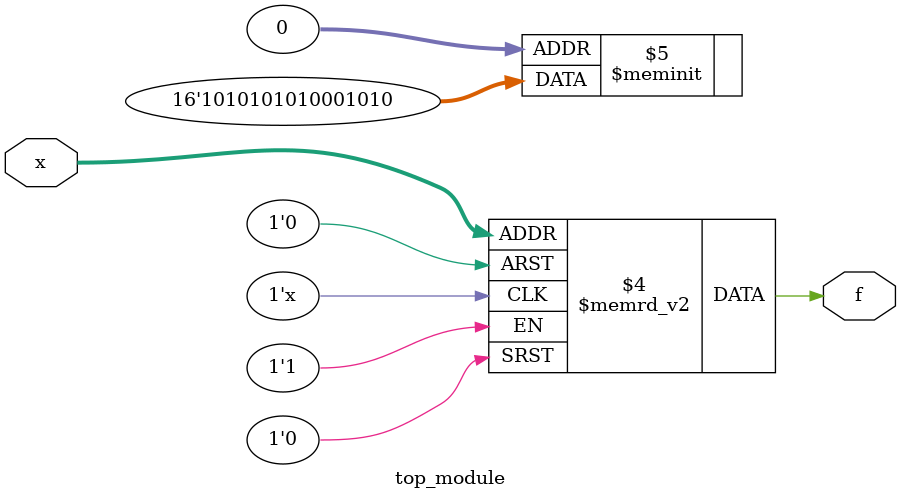
<source format=sv>
module top_module (
    input [4:1] x,
    output logic f
);

always_comb begin
    case (x)
        4'b0000, 4'b0101, 4'b1100, 4'b1110: f = 1'b0;
        4'b0001, 4'b0011, 4'b1001: f = 1'b1;
        4'b0111, 4'b1011, 4'b1101, 4'b1111: f = 1'b1; // Don't care condition, output 1
        4'b1010: f = 1'b0; // Corrected this case
        default: f = 1'b0;
    endcase
end

endmodule

</source>
